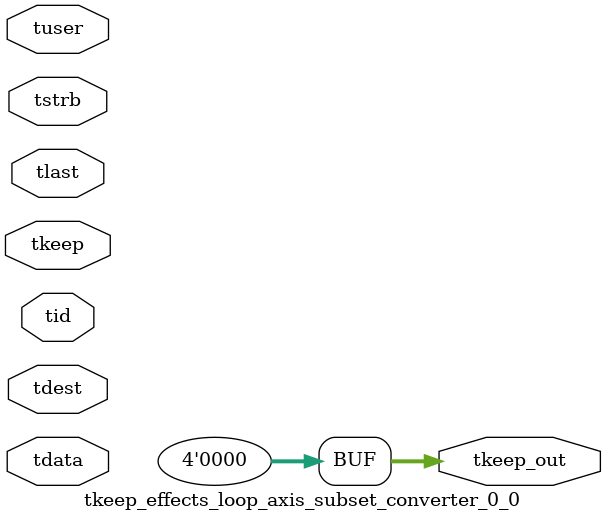
<source format=v>


`timescale 1ps/1ps

module tkeep_effects_loop_axis_subset_converter_0_0 #
(
parameter C_S_AXIS_TDATA_WIDTH = 32,
parameter C_S_AXIS_TUSER_WIDTH = 0,
parameter C_S_AXIS_TID_WIDTH   = 0,
parameter C_S_AXIS_TDEST_WIDTH = 0,
parameter C_M_AXIS_TDATA_WIDTH = 32
)
(
input  [(C_S_AXIS_TDATA_WIDTH == 0 ? 1 : C_S_AXIS_TDATA_WIDTH)-1:0     ] tdata,
input  [(C_S_AXIS_TUSER_WIDTH == 0 ? 1 : C_S_AXIS_TUSER_WIDTH)-1:0     ] tuser,
input  [(C_S_AXIS_TID_WIDTH   == 0 ? 1 : C_S_AXIS_TID_WIDTH)-1:0       ] tid,
input  [(C_S_AXIS_TDEST_WIDTH == 0 ? 1 : C_S_AXIS_TDEST_WIDTH)-1:0     ] tdest,
input  [(C_S_AXIS_TDATA_WIDTH/8)-1:0 ] tkeep,
input  [(C_S_AXIS_TDATA_WIDTH/8)-1:0 ] tstrb,
input                                                                    tlast,
output [(C_M_AXIS_TDATA_WIDTH/8)-1:0 ] tkeep_out
);

assign tkeep_out = {1'b0};

endmodule


</source>
